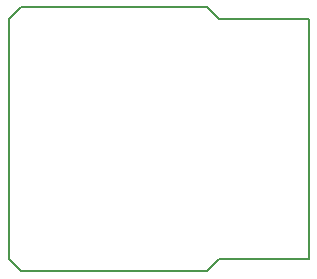
<source format=gko>
G04*
G04 #@! TF.GenerationSoftware,Altium Limited,Altium Designer,22.2.1 (43)*
G04*
G04 Layer_Color=16711935*
%FSTAX25Y25*%
%MOIN*%
G70*
G04*
G04 #@! TF.SameCoordinates,04582349-F352-462C-AFDD-1AE5C237541B*
G04*
G04*
G04 #@! TF.FilePolarity,Positive*
G04*
G01*
G75*
%ADD10C,0.00787*%
D10*
X0004Y0088D02*
X0066D01*
X0Y0084D02*
X0004Y0088D01*
Y0D02*
X0066D01*
X0Y0004D02*
X0004Y0D01*
X0Y0004D02*
Y0084D01*
X0066Y0D02*
X007Y0004D01*
X01D02*
Y0084D01*
X0066Y0088D02*
X007Y0084D01*
X01D01*
X007Y0004D02*
X01D01*
M02*

</source>
